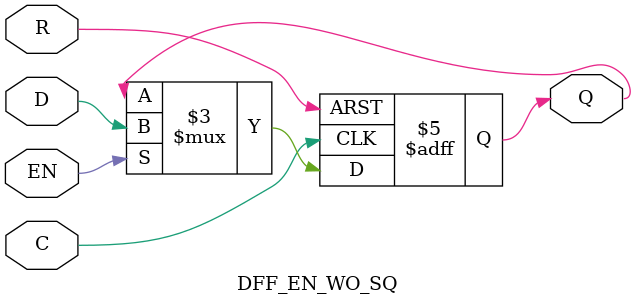
<source format=v>
module Multiplier#(
	parameter width = 16
)
(
	input CLK,
	input [width-1:0] Multiplicand,
	input [width-1:0] Multiplier,
	input Begin,
	
	output reg [(2*width)-1:0] Product
);

wire End;
wire Init;
wire LoadA;
wire Shift;
wire LDShft;
wire subtract;
wire add;
wire noOP;
wire aMSB;
wire aLSB;
wire mMSB;
wire mLSB;
wire accumulator_SI;
wire isOP;
wire ground;
wire asType;


//Initialize Flip Flop


//Initialize Accumulator 
assign mLSB = Multiplier[0];
assign isOP = (mLSB ^  Q_neg);
assign LDShft = LoadA & (mLSB ^  Q_neg);
assign mMSB = Multiplicand[width-1];
assign subtract_bit = (~Q_neg)&mLSB&(~mMSB);
assign add_bit = (~mLSB)&Q_neg&mMSB;
assign noOP_bit = (~isOP)&LoadA;
assign accumulator_SI = subtract_bit|add_bit|noOP_bit;
assign ground = 0;
assign asType = mLSB&(~Q_neg);


//Instantiate Flip Flop
DFF_EN_WO_SQ D_flop(.D(mLSB),.C(CLK),.EN(Shift),.R(Init),.Q(Q_neg));

//Instantiate Accumulator
Shifter #(.width(width)
	) accumulator(.D_in(accumulator_in), .LD(LDShft), .SH(Shift), .SI(accumulator_SI), .CLR(Init), .CLK(CLK), .Q_out(accumulator_out));

//Instantiate Multiplier Box
Shifter #(.width(width)
	) multiplierBox(.LD(Init), .SH(Shift), .SI(aLSB), .CLR(ground), .CLK(CLK));	
	
//Instantiate Controller	
Controller #(.width(width)
	) control(.CLK(CLK), .Begin(Begin), .End(End), .Init(Init), .LoadA(LoadA), .Shift(Shift));

//Instantiate Adder-Subtractor
Adder #(.width(width)
	) AdderSubtractor17(.A_in(accumulator_out),.B_in(Multiplicand),.opType(asType),.C_out(accumulator_in));

always @ (posedge CLK) 
begin
 reg aMSB;
 reg aLSB;
 reg accumulator_out[15:0];
 aMSB = accumulator_out[15];
 aLSB = accumulator_out[0];
end
	
endmodule


module DFF_EN_WO_SQ( 
 input D,C,EN,R,
 output reg Q);
always @ (posedge C or negedge R)
begin
if (!R) Q <= 0;
else if (EN) Q <= D;
end
endmodule

</source>
